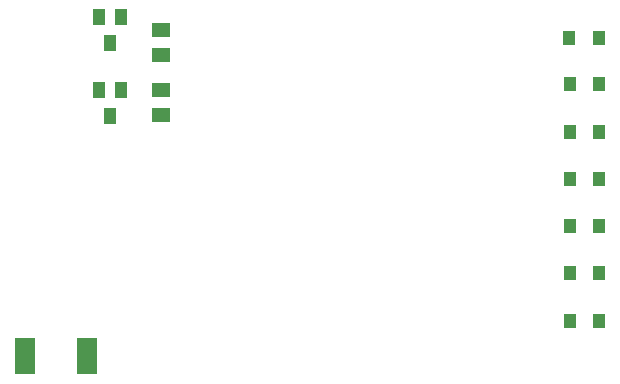
<source format=gtp>
G04 Layer_Color=8421504*
%FSLAX24Y24*%
%MOIN*%
G70*
G01*
G75*
%ADD10R,0.0394X0.0551*%
%ADD11R,0.0591X0.0492*%
%ADD12R,0.0701X0.1240*%
%ADD13R,0.0433X0.0492*%
D10*
X-11200Y18500D02*
D03*
X-11574Y19366D02*
D03*
X-10826D02*
D03*
X-11200Y20950D02*
D03*
X-11574Y21816D02*
D03*
X-10826D02*
D03*
D11*
X-9500Y21363D02*
D03*
Y20537D02*
D03*
Y19363D02*
D03*
Y18537D02*
D03*
D12*
X-14029Y10500D02*
D03*
X-11970D02*
D03*
D13*
X5093Y21100D02*
D03*
X4109D02*
D03*
X5098Y17985D02*
D03*
X4113D02*
D03*
X5098Y13261D02*
D03*
X4113D02*
D03*
X5098Y16410D02*
D03*
X4113D02*
D03*
X5098Y14835D02*
D03*
X4113D02*
D03*
X5105Y11686D02*
D03*
X4120D02*
D03*
X5098Y19565D02*
D03*
X4113D02*
D03*
M02*

</source>
